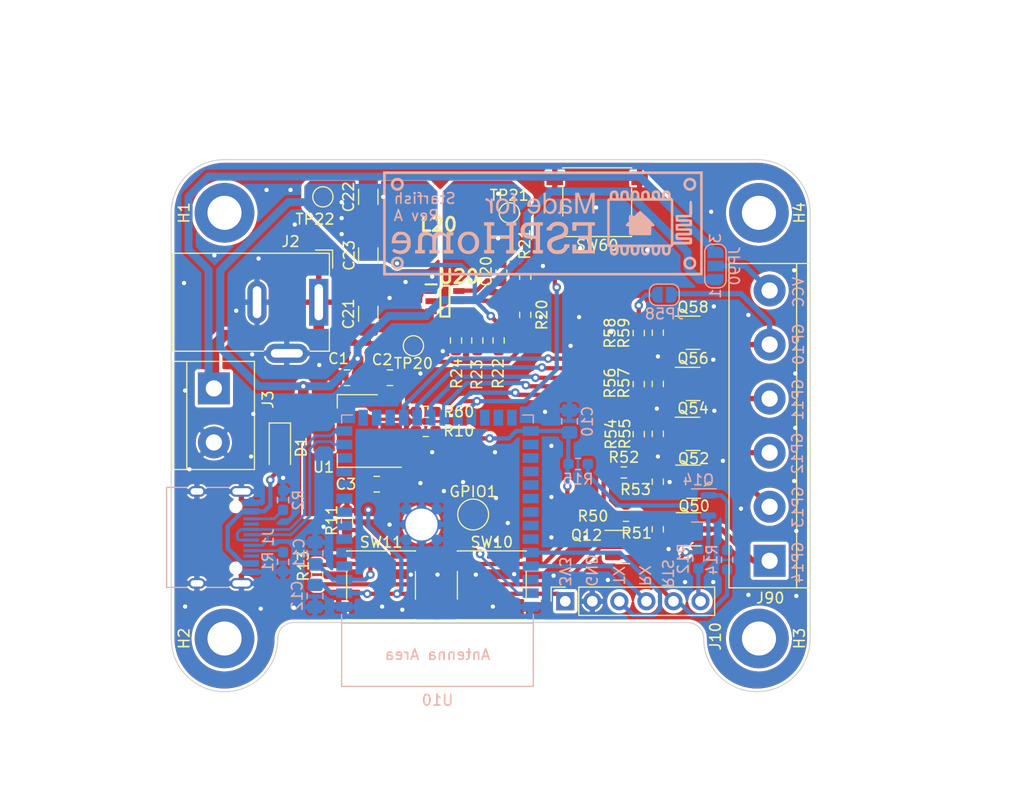
<source format=kicad_pcb>
(kicad_pcb (version 20211014) (generator pcbnew)
  (title_block (title "Starfish") (date "2023-01-30") (rev "A") (company "PaEber Electronics"))
  (layers (0 "F.Cu" signal) (31 "B.Cu" signal) (34 "B.Paste" user) (35 "F.Paste" user) (36 "B.SilkS" user "B.Silkscreen") (37 "F.SilkS" user "F.Silkscreen") (38 "B.Mask" user) (39 "F.Mask" user) (44 "Edge.Cuts" user))
  (net 0 "")
  (net 1 "GND")
  (net 2 "VBUS")
  (net 3 "Net-(J1-PadA5)")
  (net 4 "/USB_DP")
  (net 5 "/USB_DM")
  (net 7 "Net-(J1-PadB5)")
  (net 9 "Net-(C20-Pad1)")
  (net 10 "/Power/SW_5V")
  (net 11 "+3V3")
  (net 12 "/CH1")
  (net 32 "+5V")
  (net 33 "/LED Driver/PWM1")
  (net 34 "/LED Driver/PWM2")
  (net 35 "/LED Driver/PWM3")
  (net 36 "/LED Driver/PWM4")
  (net 37 "/LED Driver/PWM5")
  (net 38 "Net-(Q50-Pad1)")
  (net 39 "Net-(Q54-Pad1)")
  (net 40 "Net-(Q52-Pad1)")
  (net 41 "Net-(Q56-Pad1)")
  (net 42 "/CH2")
  (net 43 "/CH3")
  (net 44 "/CH4")
  (net 45 "/CH5")
  (net 46 "VCC")
  (net 47 "Net-(R20-Pad2)")
  (net 48 "Net-(GPIO1-Pad1)")
  (net 49 "Net-(R22-Pad2)")
  (net 50 "/Power/FB_5V")
  (net 51 "Net-(J90-Pad6)")
  (net 55 "/GPIO0")
  (net 56 "/CHIP_PU")
  (net 57 "/TXD")
  (net 58 "Net-(JP58-Pad1)")
  (net 60 "/RXD")
  (net 61 "/RTS")
  (net 62 "/DTR")
  (net 63 "Net-(Q12-Pad1)")
  (net 64 "Net-(Q12-Pad3)")
  (net 65 "Net-(Q14-Pad1)")
  (net 66 "Net-(Q14-Pad3)")
  (net 67 "Net-(R60-Pad1)")
  (footprint "TestPoint:TestPoint_Pad_D1.5mm" (layer "F.Cu") (at 134.239997 63.500001)
    (fp_text reference "TP22")
    (fp_text value "TestPoint")
  )
  (footprint "Resistor_SMD:R_0603_1608Metric_Pad0.98x0.95mm_HandSolder" (layer "F.Cu") (at 165.689997 81.080001 90)
    (fp_text reference "R57")
    (fp_text value "10k")
  )
  (footprint "Capacitor_SMD:C_0603_1608Metric_Pad1.08x0.95mm_HandSolder" (layer "F.Cu") (at 150.999997 70.500001 90)
    (fp_text reference "C20")
    (fp_text value "100n")
  )
  (footprint "Capacitor_SMD:C_1206_3216Metric" (layer "F.Cu") (at 138.499997 63.500001 90)
    (fp_text reference "C22")
    (fp_text value "22u")
  )
  (footprint "MountingHole:MountingHole_3.2mm_M3_DIN965_Pad_TopBottom" (layer "F.Cu") (at 124.999997 65.000001 90)
    (fp_text reference "H1")
    (fp_text value "MountingHole")
  )
  (footprint "Resistor_SMD:R_0603_1608Metric_Pad0.98x0.95mm_HandSolder" (layer "F.Cu") (at 150.739997 77.000001 -90)
    (fp_text reference "R22")
    (fp_text value "27k")
  )
  (footprint "TestPoint:TestPoint_Pad_D2.5mm" (layer "F.Cu") (at 148.35 93.35)
    (fp_text reference "GPIO1")
    (fp_text value "TestPoint")
  )
  (footprint "MountingHole:MountingHole_3.2mm_M3_DIN965_Pad_TopBottom" (layer "F.Cu") (at 175.189997 105.000001 -90)
    (fp_text reference "H3")
    (fp_text value "MountingHole")
  )
  (footprint "Package_TO_SOT_SMD:SOT-23" (layer "F.Cu") (at 169.1 94.740001)
    (fp_text reference "Q50")
    (fp_text value "PMV40UN2R")
  )
  (footprint "Package_TO_SOT_SMD:SOT-223-3_TabPin2" (layer "F.Cu") (at 137.499997 85.500001 180)
    (fp_text reference "U1")
    (fp_text value "LM1117-3.3")
  )
  (footprint "TerminalBlock:TerminalBlock_bornier-6_P5.08mm" (layer "F.Cu") (at 176.189997 97.700001 90)
    (fp_text reference "J90")
    (fp_text value "Screw_Terminal_01x06")
  )
  (footprint "Package_TO_SOT_SMD:SOT-23" (layer "F.Cu") (at 169 81.080001)
    (fp_text reference "Q56")
    (fp_text value "PMV40UN2R")
  )
  (footprint "Resistor_SMD:R_0603_1608Metric_Pad0.98x0.95mm_HandSolder" (layer "F.Cu") (at 162.699997 93.470001)
    (fp_text reference "R50")
    (fp_text value "330")
  )
  (footprint "Resistor_SMD:R_0603_1608Metric_Pad0.98x0.95mm_HandSolder" (layer "F.Cu") (at 153.239997 74.587501 90)
    (fp_text reference "R20")
    (fp_text value "100k")
  )
  (footprint "Resistor_SMD:R_0603_1608Metric_Pad0.98x0.95mm_HandSolder" (layer "F.Cu") (at 153.239997 71.000001 90)
    (fp_text reference "R21")
    (fp_text value "27k")
  )
  (footprint "Package_TO_SOT_SMD:SOT-23" (layer "F.Cu") (at 169.05 90.270001)
    (fp_text reference "Q52")
    (fp_text value "PMV40UN2R")
  )
  (footprint "Button_Switch_SMD:SW_SPST_PTS645" (layer "F.Cu") (at 160 64 180)
    (fp_text reference "SW60")
    (fp_text value "TS-1095PS-A3B3-C3D2")
  )
  (footprint "Button_Switch_SMD:SW_SPST_PTS645" (layer "F.Cu") (at 150.1 100)
    (fp_text reference "SW10")
    (fp_text value "TS-1095PS-A3B3-C3D2")
  )
  (footprint "Capacitor_SMD:C_0805_2012Metric_Pad1.18x1.45mm_HandSolder" (layer "F.Cu") (at 140.537497 80.500001)
    (fp_text reference "C2")
    (fp_text value "10")
  )
  (footprint "MountingHole:MountingHole_3.2mm_M3_DIN965_Pad_TopBottom" (layer "F.Cu") (at 175.189997 65.000001 -90)
    (fp_text reference "H4")
    (fp_text value "MountingHole")
  )
  (footprint "TerminalBlock:TerminalBlock_bornier-2_P5.08mm" (layer "F.Cu") (at 123.999997 81.500001 -90)
    (fp_text reference "J3")
    (fp_text value "Screw_Terminal_01x02")
  )
  (footprint "Resistor_SMD:R_0603_1608Metric_Pad0.98x0.95mm_HandSolder" (layer "F.Cu") (at 165.689997 94.740001 90)
    (fp_text reference "R51")
    (fp_text value "10k")
  )
  (footprint "Resistor_SMD:R_0603_1608Metric_Pad0.98x0.95mm_HandSolder" (layer "F.Cu") (at 165.689997 90.270001 90)
    (fp_text reference "R53")
    (fp_text value "10k")
  )
  (footprint "paeber:XAL6030182MEB-HandSolder" (layer "F.Cu") (at 145.099997 66.100001 180)
    (fp_text reference "L20")
    (fp_text value "3u3" hide)
  )
  (footprint "TestPoint:TestPoint_Pad_D1.5mm" (layer "F.Cu") (at 142.739997 77.500001 180)
    (fp_text reference "TP20")
    (fp_text value "TestPoint")
  )
  (footprint "Resistor_SMD:R_0603_1608Metric_Pad0.98x0.95mm_HandSolder" (layer "F.Cu") (at 163.899997 81.100001 90)
    (fp_text reference "R56")
    (fp_text value "330")
  )
  (footprint "Resistor_SMD:R_0603_1608Metric_Pad0.98x0.95mm_HandSolder" (layer "F.Cu") (at 148.739997 77.000001 -90)
    (fp_text reference "R23")
    (fp_text value "27k")
  )
  (footprint "Resistor_SMD:R_0603_1608Metric_Pad0.98x0.95mm_HandSolder" (layer "F.Cu") (at 165.689997 76.270001 90)
    (fp_text reference "R59")
    (fp_text value "10k")
  )
  (footprint "Package_TO_SOT_SMD:SOT-23" (layer "F.Cu") (at 169 76.270001)
    (fp_text reference "Q58")
    (fp_text value "PMV40UN2R")
  )
  (footprint "Resistor_SMD:R_0603_1608Metric_Pad0.98x0.95mm_HandSolder" (layer "F.Cu") (at 165.689997 85.770001 90)
    (fp_text reference "R55")
    (fp_text value "10k")
  )
  (footprint "Capacitor_SMD:C_1206_3216Metric" (layer "F.Cu") (at 138.499997 69.000001 -90)
    (fp_text reference "C23")
    (fp_text value "22u")
  )
  (footprint "Capacitor_SMD:C_0805_2012Metric_Pad1.18x1.45mm_HandSolder" (layer "F.Cu") (at 136.499997 80.500001 180)
    (fp_text reference "C1")
    (fp_text value "1u")
  )
  (footprint "Connector_BarrelJack:BarrelJack_Wuerth_6941xx301002" (layer "F.Cu") (at 133.849997 73.400001 -90)
    (fp_text reference "J2")
    (fp_text value "Barrel_Jack_Switch")
  )
  (footprint "Connector_PinSocket_2.54mm:PinSocket_1x06_P2.54mm_Vertical" (layer "F.Cu") (at 156.999997 101.500001 90)
    (fp_text reference "J10")
    (fp_text value "UartBridge")
  )
  (footprint "Capacitor_SMD:C_1206_3216Metric" (layer "F.Cu") (at 138.499997 74.500001 90)
    (fp_text reference "C21")
    (fp_text value "10u")
  )
  (footprint "TestPoint:TestPoint_Pad_D1.5mm" (layer "F.Cu") (at 151.739997 65.000001)
    (fp_text reference "TP21")
    (fp_text value "TestPoint")
  )
  (footprint "Resistor_SMD:R_0603_1608Metric_Pad0.98x0.95mm_HandSolder" (layer "F.Cu") (at 146.739997 77.000001 90)
    (fp_text reference "R24")
    (fp_text value "10k")
  )
  (footprint "Resistor_SMD:R_0603_1608Metric_Pad0.98x0.95mm_HandSolder" (layer "F.Cu") (at 133.7 99 -90)
    (fp_text reference "R13")
    (fp_text value "0")
  )
  (footprint "Resistor_SMD:R_0603_1608Metric_Pad0.98x0.95mm_HandSolder" (layer "F.Cu") (at 163.899997 76.300001 90)
    (fp_text reference "R58")
    (fp_text value "330")
  )
  (footprint "Capacitor_SMD:C_0805_2012Metric_Pad1.18x1.45mm_HandSolder" (layer "F.Cu") (at 139.299997 90.500001)
    (fp_text reference "C3")
    (fp_text value "1u")
  )
  (footprint "Resistor_SMD:R_0603_1608Metric_Pad0.98x0.95mm_HandSolder" (layer "F.Cu") (at 143.9 83.7 180)
    (fp_text reference "R60")
    (fp_text value "10k")
  )
  (footprint "MountingHole:MountingHole_3.2mm_M3_DIN965_Pad_TopBottom" (layer "F.Cu") (at 124.999997 105.000001 90)
    (fp_text reference "H2")
    (fp_text value "MountingHole")
  )
  (footprint "Resistor_SMD:R_0603_1608Metric_Pad0.98x0.95mm_HandSolder" (layer "F.Cu") (at 162.499997 89.400001)
    (fp_text reference "R52")
    (fp_text value "330")
  )
  (footprint "Button_Switch_SMD:SW_SPST_PTS645" (layer "F.Cu") (at 139.7 100)
    (fp_text reference "SW11")
    (fp_text value "TS-1095PS-A3B3-C3D2")
  )
  (footprint "paeber:TSOT-26" (layer "F.Cu") (at 145.699997 73.300001)
    (fp_text reference "U20")
    (fp_text value "AP62301WU-7" hide)
  )
  (footprint "Resistor_SMD:R_0603_1608Metric_Pad0.98x0.95mm_HandSolder" (layer "F.Cu") (at 143.9 85.5 180)
    (fp_text reference "R10")
    (fp_text value "10k")
  )
  (footprint "Package_TO_SOT_SMD:SOT-23" (layer "F.Cu") (at 169 85.770001)
    (fp_text reference "Q54")
    (fp_text value "PMV40UN2R")
  )
  (footprint "Diode_SMD:D_SOD-123" (layer "F.Cu") (at 130.199997 87.000001 -90)
    (fp_text reference "D1")
    (fp_text value "PMEG60T10ELRX")
  )
  (footprint "Resistor_SMD:R_0603_1608Metric_Pad0.98x0.95mm_HandSolder" (layer "F.Cu") (at 163.899997 85.800001 90)
    (fp_text reference "R54")
    (fp_text value "330")
  )
  (footprint "Package_TO_SOT_SMD:SOT-23" (layer "F.Cu") (at 162.399997 96.400001)
    (fp_text reference "Q12")
    (fp_text value "BSS138")
  )
  (footprint "Resistor_SMD:R_0603_1608Metric_Pad0.98x0.95mm_HandSolder" (layer "F.Cu") (at 136.5 93.9 90)
    (fp_text reference "R11")
    (fp_text value "10k")
  )
  (footprint "Capacitor_SMD:C_0805_2012Metric_Pad1.18x1.45mm_HandSolder" (layer "B.Cu") (at 133.499997 101.000001 -90)
    (fp_text reference "C12")
    (fp_text value "100n")
  )
  (footprint "Resistor_SMD:R_0603_1608Metric_Pad0.98x0.95mm_HandSolder" (layer "B.Cu") (at 130.499997 97.800001 -90)
    (fp_text reference "R1")
    (fp_text value "5k11")
  )
  (footprint "Connector_USB:USB_C_Receptacle_HRO_TYPE-C-31-M-12" (layer "B.Cu") (at 123.459997 95.500001 90)
    (fp_text reference "J1")
    (fp_text value "USB4105-GF-A-120")
  )
  (footprint "Resistor_SMD:R_0603_1608Metric_Pad0.98x0.95mm_HandSolder" (layer "B.Cu") (at 172.199997 97.600001 -90)
    (fp_text reference "R14")
    (fp_text value "10k")
  )
  (footprint "Jumper:SolderJumper-3_P1.3mm_Open_RoundedPad1.0x1.5mm_NumberLabels" (layer "B.Cu") (at 171.099997 70.000001 90)
    (fp_text reference "JP90")
    (fp_text value "12V 5V")
  )
  (footprint "Package_TO_SOT_SMD:SOT-23" (layer "B.Cu") (at 169.499997 92.500001 180)
    (fp_text reference "Q14")
    (fp_text value "BSS138")
  )
  (footprint "Capacitor_SMD:C_0805_2012Metric_Pad1.18x1.45mm_HandSolder" (layer "B.Cu") (at 157.4 84.6 90)
    (fp_text reference "C10")
    (fp_text value "100n")
  )
  (footprint "Capacitor_SMD:C_0805_2012Metric_Pad1.18x1.45mm_HandSolder" (layer "B.Cu") (at 133.499997 97.000001 90)
    (fp_text reference "C11")
    (fp_text value "100n")
  )
  (footprint "Resistor_SMD:R_0603_1608Metric_Pad0.98x0.95mm_HandSolder" (layer "B.Cu") (at 169.499997 97.500001 -90)
    (fp_text reference "R12")
    (fp_text value "10k")
  )
  (footprint "Resistor_SMD:R_0603_1608Metric_Pad0.98x0.95mm_HandSolder" (layer "B.Cu") (at 158.199997 88.6)
    (fp_text reference "R15")
    (fp_text value "0")
  )
  (footprint "LOGO" (layer "B.Cu") (at 154.899997 66.000001 180)
    (fp_text reference "G***" hide)
    (fp_text value "LOGO" hide)
  )
  (footprint "Espressif:ESP32-S3-WROOM-1" (layer "B.Cu") (at 144.999997 93.750001)
    (fp_text reference "U10")
    (fp_text value "ESP32-S3-WROOM-1")
  )
  (footprint "Resistor_SMD:R_0603_1608Metric_Pad0.98x0.95mm_HandSolder" (layer "B.Cu") (at 130.499997 92.000001 90)
    (fp_text reference "R2")
    (fp_text value "5k11")
  )
  (footprint "Jumper:SolderJumper-2_P1.3mm_Open_RoundedPad1.0x1.5mm" (layer "B.Cu") (at 166.3 72.7)
    (fp_text reference "JP58")
    (fp_text value "CH5")
  )
  (gr_line (start 131.499997 103.500001) (end 168.499997 103.500001) (layer "Edge.Cuts") (width 0.1))
  (gr_line (start 119.999997 65.000001) (end 119.999997 105.000001) (layer "Edge.Cuts") (width 0.1))
  (gr_arc (start 129.999997 105.000001) (mid 128.535531 108.535535) (end 124.999997 110.000001) (layer "Edge.Cuts") (width 0.1))
  (gr_line (start 179.999997 105.000001) (end 179.999997 65.000001) (layer "Edge.Cuts") (width 0.1))
  (gr_arc (start 179.999997 105.000001) (mid 178.535531 108.535535) (end 174.999997 110.000001) (layer "Edge.Cuts") (width 0.1))
  (gr_line (start 174.999997 60.000001) (end 124.999997 60.000001) (layer "Edge.Cuts") (width 0.1))
  (gr_arc (start 119.999997 65.000001) (mid 121.464463 61.464467) (end 124.999997 60.000001) (layer "Edge.Cuts") (width 0.1))
  (gr_arc (start 168.499997 103.500001) (mid 169.560659 103.93934) (end 170 105.000001) (layer "Edge.Cuts") (width 0.1))
  (gr_arc (start 124.999997 110.000001) (mid 121.464463 108.535535) (end 119.999997 105.000001) (layer "Edge.Cuts") (width 0.1))
  (gr_arc (start 175 110.000001) (mid 171.464466 108.535535) (end 170 105.000001) (layer "Edge.Cuts") (width 0.1))
  (gr_arc (start 129.999997 105.000001) (mid 130.439337 103.939341) (end 131.499997 103.500001) (layer "Edge.Cuts") (width 0.1))
  (gr_arc (start 174.999997 60.000001) (mid 178.535531 61.464467) (end 179.999997 65.000001) (layer "Edge.Cuts") (width 0.1))
  (gr_text "PaEber" (at 169.649997 61.600001) (layer "F.Cu") (effects (font (size 1.5 1.5) (thickness 0.3))))
  (gr_text "RTS" (at 166.6 98.9 270) (layer "B.SilkS") (effects (font (size 1 1)) (justify mirror)))
  (gr_text "VCC" (at 178.9 72.45 90) (layer "B.SilkS") (effects (font (size 1 1)) (justify mirror)))
  (gr_text "GP14" (at 178.85 97.85 90) (layer "B.SilkS") (effects (font (size 1 1)) (justify mirror)))
  (gr_text "3V3" (at 156.95 98.7 270) (layer "B.SilkS") (effects (font (size 1 1)) (justify mirror)))
  (gr_text "GP12" (at 178.8 87.6 90) (layer "B.SilkS") (effects (font (size 1 1)) (justify mirror)))
  (gr_text "Starfish\nRev A\n" (at 140.8 64.45) (layer "B.SilkS") (effects (font (size 1 1)) (justify right mirror)))
  (gr_text "TX" (at 162 99.05 270) (layer "B.SilkS") (effects (font (size 1 1)) (justify mirror)))
  (gr_text "GP10" (at 178.9 77.35 90) (layer "B.SilkS") (effects (font (size 1 1)) (justify mirror)))
  (gr_text "GP13" (at 178.85 92.65 90) (layer "B.SilkS") (effects (font (size 1 1)) (justify mirror)))
  (gr_text "GND" (at 159.45 98.6 270) (layer "B.SilkS") (effects (font (size 1 1)) (justify mirror)))
  (gr_text "GP11" (at 178.85 82.55 90) (layer "B.SilkS") (effects (font (size 1 1)) (justify mirror)))
  (gr_text "RX" (at 164.45 99.1 270) (layer "B.SilkS") (effects (font (size 1 1)) (justify mirror)))
  (segment (start 165.727497 82.030001) (end 165.689997 81.992501) (width 0.4) (layer "F.Cu") (net 1))
  (segment (start 165.689997 95.652501) (end 166.752497 95.652501) (width 0.4) (layer "F.Cu") (net 1))
  (segment (start 168.0625 77.220001) (end 165.727497 77.220001) (width 0.4) (layer "F.Cu") (net 1))
  (segment (start 165.689997 86.682501) (end 168.025 86.682501) (width 0.4) (layer "F.Cu") (net 1))
  (segment (start 165.689997 86.682501) (end 165.689997 87.890001) (width 0.4) (layer "F.Cu") (net 1))
  (segment (start 168.125 95.652501) (end 168.1625 95.690001) (width 0.4) (layer "F.Cu") (net 1))
  (segment (start 145.587497 77.912501) (end 145.499997 78.000001) (width 0.4) (layer "F.Cu") (net 1))
  (segment (start 153.327497 70.000001) (end 153.239997 70.087501) (width 0.4) (layer "F.Cu") (net 1))
  (segment (start 154.900497 70.000001) (end 153.327497 70.000001) (width 0.4) (layer "F.Cu") (net 1))
  (segment (start 165.689997 78.490001) (end 165.699997 78.500001) (width 0.4) (layer "F.Cu") (net 1))
  (segment (start 140.474997 73.025001) (end 140.499997 73.000001) (width 0.4) (layer "F.Cu") (net 1))
  (segment (start 166.819997 90.320001) (end 166.799997 90.300001) (width 0.4) (layer "F.Cu") (net 1))
  (segment (start 165.727497 91.220001) (end 165.689997 91.182501) (width 0.4) (layer "F.Cu") (net 1))
  (segment (start 165.689997 87.890001) (end 165.699997 87.900001) (width 0.4) (layer "F.Cu") (net 1))
  (segment (start 138.499997 73.025001) (end 140.474997 73.025001) (width 0.4) (layer "F.Cu") (net 1))
  (segment (start 168.025 86.682501) (end 168.0625 86.720001) (width 0.4) (layer "F.Cu") (net 1))
  (segment (start 166.819997 91.220001) (end 166.819997 90.320001) (width 0.4) (layer "F.Cu") (net 1))
  (segment (start 165.689997 77.182501) (end 165.689997 78.490001) (width 0.4) (layer "F.Cu") (net 1))
  (segment (start 165.689997 83.310001) (end 165.599997 83.400001) (width 0.4) (layer "F.Cu") (net 1))
  (segment (start 166.752497 95.652501) (end 166.752497 96.547501) (width 0.4) (layer "F.Cu") (net 1))
  (segment (start 166.752497 95.652501) (end 168.125 95.652501) (width 0.4) (layer "F.Cu") (net 1))
  (segment (start 165.727497 77.220001) (end 165.689997 77.182501) (width 0.4) (layer "F.Cu") (net 1))
  (segment (start 166.819997 91.220001) (end 165.727497 91.220001) (width 0.4) (layer "F.Cu") (net 1))
  (segment (start 165.689997 81.992501) (end 165.689997 83.310001) (width 0.4) (layer "F.Cu") (net 1))
  (segment (start 146.739997 77.912501) (end 145.587497 77.912501) (width 0.4) (layer "F.Cu") (net 1))
  (segment (start 168.1125 91.220001) (end 166.819997 91.220001) (width 0.4) (layer "F.Cu") (net 1))
  (segment (start 168.0625 82.030001) (end 165.727497 82.030001) (width 0.4) (layer "F.Cu") (net 1))
  (segment (start 144.399997 72.350001) (end 144.399997 71.100001) (width 0.4) (layer "F.Cu") (net 1))
  (segment (start 144.399997 71.100001) (end 144.499997 71.000001) (width 0.4) (layer "F.Cu") (net 1))
  (segment (start 166.752497 96.547501) (end 166.699997 96.600001) (width 0.4) (layer "F.Cu") (net 1))
  (via (at 178.7 94.9) (size 0.8) (drill 0.4) (layers "F.Cu" "B.Cu") (net 1))
  (via (at 155.9 99.1) (size 0.8) (drill 0.4) (layers "F.Cu" "B.Cu") (net 1))
  (via (at 178.6 85.2) (size 0.8) (drill 0.4) (layers "F.Cu" "B.Cu") (net 1))
  (via (at 127.6 78.3) (size 0.8) (drill 0.4) (layers "F.Cu" "B.Cu") (net 1))
  (via (at 170.7 64.9) (size 0.8) (drill 0.4) (layers "F.Cu" "B.Cu") (net 1))
  (via (at 166.799997 90.300001) (size 0.8) (drill 0.4) (layers "F.Cu" "B.Cu") (net 1))
  (via (at 171.8 88.3) (size 0.8) (drill 0.4) (layers "F.Cu" "B.Cu") (net 1))
  (via (at 144.499997 71.000001) (size 0.8) (drill 0.4) (layers "F.Cu" "B.Cu") (net 1))
  (via (at 165.699997 87.900001) (size 0.8) (drill 0.4) (layers "F.Cu" "B.Cu") (net 1))
  (via (at 130.499997 89.900001) (size 0.8) (drill 0.4) (layers "F.Cu" "B.Cu") (net 1))
  (via (at 178.5 90.2) (size 0.8) (drill 0.4) (layers "F.Cu" "B.Cu") (net 1))
  (via (at 131.6 66.1) (size 0.8) (drill 0.4) (layers "F.Cu" "B.Cu") (net 1))
  (via (at 154.7 74.8) (size 0.8) (drill 0.4) (layers "F.Cu" "B.Cu") (net 1))
  (via (at 174.2 74.6) (size 0.8) (drill 0.4) (layers "F.Cu" "B.Cu") (net 1))
  (via (at 141.7 102.3) (size 0.8) (drill 0.4) (layers "F.Cu" "B.Cu") (net 1))
  (via (at 147.4 90.3) (size 0.8) (drill 0.4) (layers "F.Cu" "B.Cu") (net 1))
  (via (at 164.7 68.5) (size 0.8) (drill 0.4) (layers "F.Cu" "B.Cu") (net 1))
  (via (at 140.499997 73.000001) (size 0.8) (drill 0.4) (layers "F.Cu" "B.Cu") (net 1))
  (via (at 133.9 79.3) (size 0.8) (drill 0.4) (layers "F.Cu" "B.Cu") (net 1))
  (via (at 143.4 80.1) (size 0.8) (drill 0.4) (layers "F.Cu" "B.Cu") (net 1))
  (via (at 170.9 78.8) (size 0.8) (drill 0.4) (layers "F.Cu" "B.Cu") (net 1))
  (via (at 128.4 102.2) (size 0.8) (drill 0.4) (layers "F.Cu" "B.Cu") (net 1))
  (via (at 124.05 69) (size 0.8) (drill 0.4) (layers "F.Cu" "B.Cu") (net 1))
  (via (at 150.5 91.8) (size 0.8) (drill 0.4) (layers "F.Cu" "B.Cu") (net 1))
  (via (at 178.6 80.1) (size 0.8) (drill 0.4) (layers "F.Cu" "B.Cu") (net 1))
  (via (at 134.299997 94.500001) (size 0.8) (drill 0.4) (layers "F.Cu" "B.Cu") (net 1))
  (via (at 145.499997 78.000001) (size 0.8) (drill 0.4) (layers "F.Cu" "B.Cu") (net 1))
  (via (at 157.5 77.5) (size 0.8) (drill 0.4) (layers "F.Cu" "B.Cu") (net 1))
  (via (at 152.2 98.95) (size 0.8) (drill 0.4) (layers "F.Cu" "B.Cu") (net 1))
  (via (at 158.4 68.3) (size 0.8) (drill 0.4) (layers "F.Cu" "B.Cu") (net 1))
  (via (at 150.5 95.8) (size 0.8) (drill 0.4) (layers "F.Cu" "B.Cu") (net 1))
  (via (at 145 99) (size 0.8) (drill 0.4) (layers "F.Cu" "B.Cu") (net 1))
  (via (at 178.5 70.4) (size 0.8) (drill 0.4) (layers "F.Cu" "B.Cu") (net 1))
  (via (at 128.95 62.85) (size 0.8) (drill 0.4) (layers "F.Cu" "B.Cu") (net 1))
  (via (at 121.3 81.7) (size 0.8) (drill 0.4) (layers "F.Cu" "B.Cu") (net 1))
  (via (at 148.6 99) (size 0.8) (drill 0.4) (layers "F.Cu" "B.Cu") (net 1))
  (via (at 158.3 74.8) (size 0.8) (drill 0.4) (layers "F.Cu" "B.Cu") (net 1))
  (via (at 150.4 87.5) (size 0.8) (drill 0.4) (layers "F.Cu" "B.Cu") (net 1))
  (via (at 155.7 91.7) (size 0.8) (drill 0.4) (layers "F.Cu" "B.Cu") (net 1))
  (via (at 161 99.5) (size 0.8) (drill 0.4) (layers "F.Cu" "B.Cu") (net 1))
  (via (at 143.4 90.4) (size 0.8) (drill 0.4) (layers "F.Cu" "B.Cu") (net 1))
  (via (at 142.5 99) (size 0.8) (drill 0.4) (layers "F.Cu" "B.Cu") (net 1))
  (via (at 121.7 89.1) (size 0.8) (drill 0.4) (layers "F.Cu" "B.Cu") (net 1))
  (via (at 170.95 73.8) (size 0.8) (drill 0.4) (layers "F.Cu" "B.Cu") (net 1))
  (via (at 140.5 94.3) (size 0.8) (drill 0.4) (layers "F.Cu" "B.Cu") (net 1))
  (via (at 150.199997 102.000001) (size 0.8) (drill 0.4) (layers "F.Cu" "B.Cu") (net 1))
  (via (at 154.900497 70.000001) (size 0.8) (drill 0.4) (layers "F.Cu" "B.Cu") (net 1))
  (via (at 142 71.5) (size 0.8) (drill 0.4) (layers "F.Cu" "B.Cu") (net 1))
  (via (at 168.25 99.7) (size 0.8) (drill 0.4) (layers "F.Cu" "B.Cu") (net 1))
  (via (at 126.1 74.2) (size 0.8) (drill 0.4) (layers "F.Cu" "B.Cu") (net 1))
  (via (at 166.699997 96.600001) (size 0.8) (drill 0.4) (layers "F.Cu" "B.Cu") (net 1))
  (via (at 155.7 86.9) (size 0.8) (drill 0.4) (layers "F.Cu" "B.Cu") (net 1))
  (via (at 159.9 64.5) (size 0.8) (drill 0.4) (layers "F.Cu" "B.Cu") (net 1))
  (via (at 128.2 69.3) (size 0.8) (drill 0.4) (layers "F.Cu" "B.Cu") (net 1))
  (via (at 144.5 87.5) (size 0.8) (drill 0.4) (layers "F.Cu" "B.Cu") (net 1))
  (via (at 173.5 92.8) (size 0.8) (drill 0.4) (layers "F.Cu" "B.Cu") (net 1))
  (via (at 121.2 71.6) (size 0.8) (drill 0.4) (layers "F.Cu" "B.Cu") (net 1))
  (via (at 151.6 94.15) (size 0.8) (drill 0.4) (layers "F.Cu" "B.Cu") (net 1))
  (via (at 127.7 83.9) (size 0.8) (drill 0.4) (layers "F.Cu" "B.Cu") (net 1))
  (via (at 161.3 76.2) (size 0.8) (drill 0.4) (layers "F.Cu" "B.Cu") (net 1))
  (via (at 121.3 102) (size 0.8) (drill 0.4) (layers "F.Cu" "B.Cu") (net 1))
  (via (at 155.1 83.7) (size 0.8) (drill 0.4) (layers "F.Cu" "B.Cu") (net 1))
  (via (at 155.7 95.5) (size 0.8) (drill 0.4) (layers "F.Cu" "B.Cu") (net 1))
  (via (at 131.2 62.85) (size 0.8) (drill 0.4) (layers "F.Cu" "B.Cu") (net 1))
  (via (at 165.699997 78.500001) (size 0.8) (drill 0.4) (layers "F.Cu" "B.Cu") (net 1))
  (via (at 127.5 87.9) (size 0.8) (drill 0.4) (layers "F.Cu" "B.Cu") (net 1))
  (via (at 178.7 101) (size 0.8) (drill 0.4) (layers "F.Cu" "B.Cu") (net 1))
  (via (at 165.599997 83.400001) (size 0.8) (drill 0.4) (layers "F.Cu" "B.Cu") (net 1))
  (via (at 145.6 91.15) (size 0.8) (drill 0.4) (layers "F.Cu" "B.Cu") (net 1))
  (via (at 131.499997 102.100001) (size 0.8) (drill 0.4) (layers "F.Cu" "B.Cu") (net 1))
  (via (at 174.2 100.9) (size 0.8) (drill 0.4) (layers "F.Cu" "B.Cu") (net 1))
  (via (at 171 83.6) (size 0.8) (drill 0.4) (layers "F.Cu" "B.Cu") (net 1))
  (via (at 139.799997 102.000001) (size 0.8) (drill 0.4) (layers "F.Cu" "B.Cu") (net 1))
  (via (at 158.9 95.5) (size 0.8) (drill 0.4) (layers "F.Cu" "B.Cu") (net 1))
  (via (at 170.9 99.7) (size 0.8) (drill 0.4) (layers "F.Cu" "B.Cu") (net 1))
  (segment (start 142.099997 94.290001) (end 143.499997 94.290001) (width 0.4) (layer "B.Cu") (net 1))
  (segment (start 129.049997 98.750001) (end 130.462497 98.750001) (width 0.4) (layer "B.Cu") (net 1))
  (segment (start 128.399997 91.200001) (end 126.609997 91.200001) (width 0.4) (layer "B.Cu") (net 1))
  (segment (start 129.099997 98.800001) (end 129.049997 98.750001) (width 0.4) (layer "B.Cu") (net 1))
  (segment (start 133.499997 95.300001) (end 134.299997 94.500001) (width 0.4) (layer "B.Cu") (net 1))
  (segment (start 130.462497 98.750001) (end 130.499997 98.712501) (width 0.4) (layer "B.Cu") (net 1))
  (segment (start 128.679997 99.820001) (end 129.099997 99.400001) (width 0.4) (layer "B.Cu") (net 1))
  (segment (start 128.299997 92.200001) (end 128.599997 91.900001) (width 0.4) (layer "B.Cu") (net 1))
  (segment (start 127.554997 92.200001) (end 128.299997 92.200001) (width 0.4) (layer "B.Cu") (net 1))
  (segment (start 129.099997 99.400001) (end 129.099997 98.800001) (width 0.4) (layer "B.Cu") (net 1))
  (segment (start 127.504997 92.250001) (end 127.554997 92.200001) (width 0.4) (layer "B.Cu") (net 1))
  (segment (start 126.609997 91.200001) (end 126.589997 91.180001) (width 0.4) (layer "B.Cu") (net 1))
  (segment (start 127.504997 98.750001) (end 129.049997 98.750001) (width 0.4) (layer "B.Cu") (net 1))
  (segment (start 143.499997 94.290001) (end 144.899997 94.290001) (width 0.4) (layer "B.Cu") (net 1))
  (segment (start 128.599997 91.900001) (end 128.599997 91.400001) (width 0.4) (layer "B.Cu") (net 1))
  (segment (start 143.499997 94.290001) (end 143.499997 95.690001) (width 0.4) (layer "B.Cu") (net 1))
  (segment (start 131.562497 102.037501) (end 131.499997 102.100001) (width 0.4) (layer "B.Cu") (net 1))
  (segment (start 130.499997 91.087501) (end 130.499997 89.900001) (width 0.4) (layer "B.Cu") (net 1))
  (segment (start 133.499997 95.962501) (end 133.499997 95.300001) (width 0.4) (layer "B.Cu") (net 1))
  (segment (start 143.499997 92.890001) (end 143.499997 94.290001) (width 0.4) (layer "B.Cu") (net 1))
  (segment (start 126.589997 99.820001) (end 128.679997 99.820001) (width 0.4) (layer "B.Cu") (net 1))
  (segment (start 133.499997 102.037501) (end 131.562497 102.037501) (width 0.4) (layer "B.Cu") (net 1))
  (segment (start 128.599997 91.400001) (end 128.399997 91.200001) (width 0.4) (layer "B.Cu") (net 1))
  (segment (start 129.299997 89.969321) (end 130.199997 89.069321) (width 0.4) (layer "F.Cu") (net 2))
  (segment (start 129.299997 90.100001) (end 129.299997 89.969321) (width 0.4) (layer "F.Cu") (net 2))
  (segment (start 130.199997 89.069321) (end 130.199997 88.650001) (width 0.4) (layer "F.Cu") (net 2))
  (via (at 129.299997 90.100001) (size 0.8) (drill 0.4) (layers "F.Cu" "B.Cu") (net 2))
  (segment (start 127.504997 93.050001) (end 126.715336 93.050001) (width 0.4) (layer "B.Cu") (net 2))
  (segment (start 129.099997 92.700001) (end 129.299997 92.500001) (width 0.4) (layer "B.Cu") (net 2))
  (segment (start 125.299997 94.46534) (end 125.299997 96.534662) (width 0.4) (layer "B.Cu") (net 2))
  (segment (start 128.749997 93.050001) (end 129.099997 92.700001) (width 0.4) (layer "B.Cu") (net 2))
  (segment (start 129.299997 92.500001) (end 129.299997 90.100001) (width 0.4) (layer "B.Cu") (net 2))
  (segment (start 126.715336 93.050001) (end 125.299997 94.46534) (width 0.4) (layer "B.Cu") (net 2))
  (segment (start 126.715336 97.950001) (end 127.504997 97.950001) (width 0.4) (layer "B.Cu") (net 2))
  (segment (start 127.504997 93.050001) (end 128.749997 93.050001) (width 0.4) (layer "B.Cu") (net 2))
  (segment (start 125.299997 96.534662) (end 126.715336 97.950001) (width 0.4) (layer "B.Cu") (net 2))
  (segment (start 127.504997 96.750001) (end 130.362497 96.750001) (width 0.25) (layer "B.Cu") (net 3))
  (segment (start 130.362497 96.750001) (end 130.499997 96.887501) (width 0.25) (layer "B.Cu") (net 3))
  (segment (start 127.504997 95.750001) (end 126.349997 95.750001) (width 0.25) (layer "B.Cu") (net 4))
  (segment (start 132.499997 93.364283) (end 132.499997 87.000001) (width 0.25) (layer "B.Cu") (net 4))
  (segment (start 126.199997 95.600001) (end 126.199997 95.100001) (width 0.25) (layer "B.Cu") (net 4))
  (segment (start 135.399997 85.500001) (end 136.249997 85.500001) (width 0.25) (layer "B.Cu") (net 4))
  (segment (start 132.499997 87.000001) (end 133.549997 85.950001) (width 0.25) (layer "B.Cu") (net 4))
  (segment (start 131.114279 94.750001) (end 132.499997 93.364283) (width 0.25) (layer "B.Cu") (net 4))
  (segment (start 126.349997 95.750001) (end 126.199997 95.600001) (width 0.25) (layer "B.Cu") (net 4))
  (segment (start 127.504997 94.750001) (end 131.114279 94.750001) (width 0.25) (layer "B.Cu") (net 4))
  (segment (start 126.549997 94.750001) (end 127.504997 94.750001) (width 0.25) (layer "B.Cu") (net 4))
  (segment (start 133.549997 85.950001) (end 134.949997 85.950001) (width 0.25) (layer "B.Cu") (net 4))
  (segment (start 134.949997 85.950001) (end 135.399997 85.500001) (width 0.25) (layer "B.Cu") (net 4))
  (segment (start 126.199997 95.100001) (end 126.549997 94.750001) (width 0.25) (layer "B.Cu") (net 4))
  (segment (start 132.999997 93.500001) (end 131.249997 95.250001) (width 0.25) (layer "B.Cu") (net 5))
  (segment (start 135.269997 86.770001) (end 134.999997 86.500001) (width 0.25) (layer "B.Cu") (net 5))
  (segment (start 131.249997 95.250001) (end 129.049997 95.250001) (width 0.25) (layer "B.Cu") (net 5))
  (segment (start 128.549997 96.250001) (end 129.049997 95.750001) (width 0.25) (layer "B.Cu") (net 5))
  (segment (start 129.049997 95.750001) (end 129.049997 95.250001) (width 0.25) (layer "B.Cu") (net 5))
  (segment (start 133.699997 86.500001) (end 132.999997 87.200001) (width 0.25) (layer "B.Cu") (net 5))
  (segment (start 132.999997 87.200001) (end 132.999997 93.500001) (width 0.25) (layer "B.Cu") (net 5))
  (segment (start 127.504997 96.250001) (end 128.549997 96.250001) (width 0.25) (layer "B.Cu") (net 5))
  (segment (start 134.999997 86.500001) (end 133.699997 86.500001) (width 0.25) (layer "B.Cu") (net 5))
  (segment (start 129.049997 95.250001) (end 127.504997 95.250001) (width 0.25) (layer "B.Cu") (net 5))
  (segment (start 136.249997 86.770001) (end 135.269997 86.770001) (width 0.25) (layer "B.Cu") (net 5))
  (segment (start 129.662497 93.750001) (end 130.499997 92.912501) (width 0.25) (layer "B.Cu") (net 7))
  (segment (start 127.504997 93.750001) (end 129.662497 93.750001) (width 0.25) (layer "B.Cu") (net 7))
  (segment (start 149.637497 71.362501) (end 148.689997 72.310001) (width 0.4) (layer "F.Cu") (net 9))
  (segment (start 150.999997 71.362501) (end 149.637497 71.362501) (width 0.4) (layer "F.Cu") (net 9))
  (segment (start 148.689997 72.310001) (end 147.007497 72.310001) (width 0.4) (layer "F.Cu") (net 9))
  (via (at 150.7 67.4) (size 0.8) (drill 0.4) (layers "F.Cu" "B.Cu") (net 10))
  (via (at 150.7 63.2) (size 0.8) (drill 0.4) (layers "F.Cu" "B.Cu") (net 10))
  (segment (start 138.5 92.9) (end 138.4125 92.9875) (width 0.4) (layer "F.Cu") (net 11))
  (segment (start 156.299996 100.8) (end 138.399997 100.800001) (width 0.4) (layer "F.Cu") (net 11))
  (segment (start 138.4125 92.9875) (end 136.5 92.9875) (width 0.4) (layer "F.Cu") (net 11))
  (segment (start 156.999997 101.500001) (end 156.299996 100.8) (width 0.4) (layer "F.Cu") (net 11))
  (via (at 141.2 100.8) (size 0.8) (drill 0.4) (layers "F.Cu" "B.Cu") (net 11))
  (via (at 138.5 92.9) (size 0.8) (drill 0.4) (layers "F.Cu" "B.Cu") (net 11))
  (via (at 138.399997 100.800001) (size 0.8) (drill 0.4) (layers "F.Cu" "B.Cu") (net 11))
  (segment (start 136.249997 100.740001) (end 138.339997 100.740001) (width 0.4) (layer "B.Cu") (net 11))
  (segment (start 138.5 94.4) (end 141.6 97.5) (width 0.4) (layer "B.Cu") (net 11))
  (segment (start 138.339997 100.740001) (end 138.399997 100.800001) (width 0.4) (layer "B.Cu") (net 11))
  (segment (start 134.262497 99.962501) (end 133.499997 99.962501) (width 0.4) (layer "B.Cu") (net 11))
  (segment (start 141.6 97.5) (end 141.6 100.4) (width 0.4) (layer "B.Cu") (net 11))
  (segment (start 138.5 92.9) (end 138.5 94.4) (width 0.4) (layer "B.Cu") (net 11))
  (segment (start 136.249997 100.740001) (end 135.039997 100.740001) (width 0.4) (layer "B.Cu") (net 11))
  (segment (start 141.6 100.4) (end 141.2 100.8) (width 0.4) (layer "B.Cu") (net 11))
  (segment (start 135.039997 100.740001) (end 134.262497 99.962501) (width 0.4) (layer "B.Cu") (net 11))
  (segment (start 160.6 82.9) (end 160.6 92.282504) (width 0.4) (layer "F.Cu") (net 12))
  (segment (start 152.3 81.9) (end 152.5 82.1) (width 0.4) (layer "F.Cu") (net 12))
  (segment (start 159.8 82.1) (end 160.6 82.9) (width 0.4) (layer "F.Cu") (net 12))
  (segment (start 160.6 92.282504) (end 161.787497 93.470001) (width 0.4) (layer "F.Cu") (net 12))
  (segment (start 152.5 82.1) (end 159.8 82.1) (width 0.4) (layer "F.Cu") (net 12))
  (via (at 152.3 81.9) (size 0.8) (drill 0.4) (layers "F.Cu" "B.Cu") (net 12))
  (segment (start 148.099997 81.900001) (end 146.904997 83.095001) (width 0.4) (layer "B.Cu") (net 12))
  (segment (start 152.3 81.9) (end 148.099997 81.900001) (width 0.4) (layer "B.Cu") (net 12))
  (segment (start 146.904997 83.095001) (end 146.904997 84.250001) (width 0.4) (layer "B.Cu") (net 12))
  (segment (start 132.399997 82.800001) (end 132.399997 81.300001) (width 1) (layer "F.Cu") (net 32))
  (segment (start 130.199997 85.350001) (end 130.199997 83.400001) (width 1) (layer "F.Cu") (net 32))
  (segment (start 132.399997 82.800001) (end 137.399997 82.800001) (width 1) (layer "F.Cu") (net 32))
  (segment (start 137.537497 82.662501) (end 137.399997 82.800001) (width 1) (layer "F.Cu") (net 32))
  (segment (start 137.537497 80.500001) (end 137.537497 78.737501) (width 1) (layer "F.Cu") (net 32))
  (segment (start 137.537497 80.500001) (end 137.537497 82.662501) (width 1) (layer "F.Cu") (net 32))
  (segment (start 140.649997 83.200001) (end 138.899997 83.200001) (width 1) (layer "F.Cu") (net 32))
  (segment (start 137.537497 78.737501) (end 137.499997 78.700001) (width 1) (layer "F.Cu") (net 32))
  (segment (start 150.739997 76.087501) (end 150.739997 75.440001) (width 0.4) (layer "F.Cu") (net 32))
  (segment (start 130.799997 82.800001) (end 132.399997 82.800001) (width 1) (layer "F.Cu") (net 32))
  (segment (start 138.499997 82.800001) (end 138.899997 83.200001) (width 1) (layer "F.Cu") (net 32))
  (segment (start 139.499997 80.500001) (end 137.537497 80.500001) (width 1) (layer "F.Cu") (net 32))
  (segment (start 150.739997 75.440001) (end 149.999997 74.700001) (width 0.4) (layer "F.Cu") (net 32))
  (segment (start 137.399997 82.800001) (end 138.499997 82.800001) (width 1) (layer "F.Cu") (net 32))
  (segment (start 130.199997 83.400001) (end 130.799997 82.800001) (width 1) (layer "F.Cu") (net 32))
  (via (at 135.999997 65.500001) (size 0.8) (drill 0.4) (layers "F.Cu" "B.Cu") (net 32))
  (via (at 137.499997 78.700001) (size 0.8) (drill 0.4) (layers "F.Cu" "B.Cu") (net 32))
  (via (at 132.399997 81.300001) (size 0.8) (drill 0.4) (layers "F.Cu" "B.Cu") (net 32))
  (via (at 149.999997 74.700001) (size 0.8) (drill 0.4) (layers "F.Cu" "B.Cu") (net 32))
  (via (at 139.9 63.5) (size 0.8) (drill 0.4) (layers "F.Cu" "B.Cu") (net 32))
  (via (at 141.199997 69.750001) (size 0.8) (drill 0.4) (layers "F.Cu" "B.Cu") (net 32))
  (via (at 135.999997 64.000001) (size 0.8) (drill 0.4) (layers "F.Cu" "B.Cu") (net 32))
  (via (at 135.999997 67.000001) (size 0.8) (drill 0.4) (layers "F.Cu" "B.Cu") (net 32))
  (segment (start 145.399999 73.200001) (end 148.499997 73.200001) (width 0.75) (layer "B.Cu") (net 32))
  (segment (start 124.6 70.4) (end 124.6 77.7) (width 0.75) (layer "B.Cu") (net 32))
  (segment (start 135.999997 64.000001) (end 135.999996 64) (width 0.75) (layer "B.Cu") (net 32))
  (segment (start 128.200001 81.300001) (end 132.399997 81.300001) (width 0.75) (layer "B.Cu") (net 32))
  (segment (start 141.199997 69.750001) (end 141.349997 69.900001) (width 0.4) (layer "B.Cu") (net 32))
  (segment (start 171.099997 71.300001) (end 169.600001 71.300001) (width 0.75) (layer "B.Cu") (net 32))
  (segment (start 140.399999 74.700001) (end 143.899999 74.700001) (width 0.75) (layer "B.Cu") (net 32))
  (segment (start 155.6 63) (end 153.4 65.2) (width 0.75) (layer "B.Cu") (net 32))
  (segment (start 169.600001 71.300001) (end 168.5 70.2) (width 0.75) (layer "B.Cu") (net 32))
  (segment (start 135.999996 64) (end 131 64) (width 0.75) (layer "B.Cu") (net 32))
  (segment (start 134.899997 81.300001) (end 137.499997 78.700001) (width 0.75) (layer "B.Cu") (net 32))
  (segment (start 132.399997 81.300001) (end 134.899997 81.300001) (width 0.75) (layer "B.Cu") (net 32))
  (segment (start 162.8 63) (end 155.6 63) (width 0.75) (layer "B.Cu") (net 32))
  (segment (start 143.899999 74.700001) (end 145.399999 73.200001) (width 0.75) (layer "B.Cu") (net 32))
  (segment (start 168.5 68.7) (end 162.8 63) (width 0.75) (layer "B.Cu") (net 32))
  (segment (start 148.499997 73.200001) (end 149.999997 74.700001) (width 0.4) (layer "B.Cu") (net 32))
  (segment (start 153.4 68.6) (end 149.999997 72.000003) (width 0.75) (layer "B.Cu") (net 32))
  (segment (start 148.799999 73.200001) (end 148.499997 73.200001) (width 0.75) (layer "B.Cu") (net 32))
  (segment (start 149.999997 72.000003) (end 148.799999 73.200001) (width 0.75) (layer "B.Cu") (net 32))
  (segment (start 124.6 77.7) (end 128.200001 81.300001) (width 0.75) (layer "B.Cu") (net 32))
  (segment (start 131 64) (end 124.6 70.4) (width 0.75) (layer "B.Cu") (net 32))
  (segment (start 168.5 70.2) (end 168.5 68.7) (width 0.75) (layer "B.Cu") (net 32))
  (segment (start 147.199997 69.900001) (end 148.499997 71.200001) (width 0.4) (layer "B.Cu") (net 32))
  (segment (start 153.4 65.2) (end 153.4 68.6) (width 0.75) (layer "B.Cu") (net 32))
  (segment (start 137.499997 78.700001) (end 137.499997 77.600003) (width 0.75) (layer "B.Cu") (net 32))
  (segment (start 137.499997 77.600003) (end 140.399999 74.700001) (width 0.75) (layer "B.Cu") (net 32))
  (segment (start 148.499997 71.200001) (end 148.499997 73.200001) (width 0.4) (layer "B.Cu") (net 32))
  (segment (start 141.349997 69.900001) (end 147.199997 69.900001) (width 0.4) (layer "B.Cu") (net 32))
  (segment (start 171.688747 94.740001) (end 170.0375 94.740001) (width 0.5) (layer "F.Cu") (net 33))
  (segment (start 174.648747 97.700001) (end 171.688747 94.740001) (width 0.5) (layer "F.Cu") (net 33))
  (segment (start 176.189997 97.700001) (end 174.648747 97.700001) (width 0.5) (layer "F.Cu") (net 33))
  (segment (start 169.9875 90.270001) (end 173.839997 90.270001) (width 0.5) (layer "F.Cu") (net 34))
  (segment (start 173.839997 90.270001) (end 176.189997 92.620001) (width 0.5) (layer "F.Cu") (net 34))
  (segment (start 176.189997 87.540001) (end 173.739997 87.540001) (width 0.5) (layer "F.Cu") (net 35))
  (segment (start 171.969997 85.770001) (end 169.9375 85.770001) (width 0.5) (layer "F.Cu") (net 35))
  (segment (start 173.739997 87.540001) (end 171.969997 85.770001) (width 0.5) (layer "F.Cu") (net 35))
  (segment (start 172.279997 81.080001) (end 173.659997 82.460001) (width 0.5) (layer "F.Cu") (net 36))
  (segment (start 169.9375 81.080001) (end 172.279997 81.080001) (width 0.5) (layer "F.Cu") (net 36))
  (segment (start 173.659997 82.460001) (end 176.189997 82.460001) (width 0.5) (layer "F.Cu") (net 36))
  (segment (start 172.069997 76.270001) (end 169.9375 76.270001) (width 0.5) (layer "F.Cu") (net 37))
  (segment (start 173.179997 77.380001) (end 172.069997 76.270001) (width 0.5) (layer "F.Cu") (net 37))
  (segment (start 176.189997 77.380001) (end 173.179997 77.380001) (width 0.5) (layer "F.Cu") (net 37))
  (segment (start 173.5 72.6) (end 167.5 72.6) (width 0.5) (layer "B.Cu") (net 37))
  (segment (start 176.189997 77.380001) (end 176.189997 75.289997) (width 0.5) (layer "B.Cu") (net 37))
  (segment (start 176.189997 75.289997) (end 173.5 72.6) (width 0.5) (layer "B.Cu") (net 37))
  (segment (start 165.689997 93.827501) (end 163.969997 93.827501) (width 0.4) (layer "F.Cu") (net 38))
  (segment (start 168.1625 93.790001) (end 165.727497 93.790001) (width 0.4) (layer "F.Cu") (net 38))
  (segment (start 163.969997 93.827501) (end 163.612497 93.470001) (width 0.4) (layer "F.Cu") (net 38))
  (segment (start 165.727497 93.790001) (end 165.689997 93.827501) (width 0.4) (layer "F.Cu") (net 38))
  (segment (start 168.0625 84.820001) (end 165.727497 84.820001) (width 0.4) (layer "F.Cu") (net 39))
  (segment (start 163.929997 84.857501) (end 163.899997 84.887501) (width 0.4) (layer "F.Cu") (net 39))
  (segment (start 165.689997 84.857501) (end 163.929997 84.857501) (width 0.4) (layer "F.Cu") (net 39))
  (segment (start 165.727497 84.820001) (end 165.689997 84.857501) (width 0.4) (layer "F.Cu") (net 39))
  (segment (start 163.412497 89.400001) (end 165.647497 89.400001) (width 0.4) (layer "F.Cu") (net 40))
  (segment (start 165.689997 89.357501) (end 168.075 89.357501) (width 0.4) (layer "F.Cu") (net 40))
  (segment (start 168.075 89.357501) (end 168.1125 89.320001) (width 0.4) (layer "F.Cu") (net 40))
  (segment (start 165.647497 89.400001) (end 165.689997 89.357501) (width 0.4) (layer "F.Cu") (net 40))
  (segment (start 165.689997 80.167501) (end 168.025 80.167501) (width 0.4) (layer "F.Cu") (net 41))
  (segment (start 165.669997 80.187501) (end 165.689997 80.167501) (width 0.4) (layer "F.Cu") (net 41))
  (segment (start 168.025 80.167501) (end 168.0625 80.130001) (width 0.4) (layer "F.Cu") (net 41))
  (segment (start 163.899997 80.187501) (end 165.669997 80.187501) (width 0.4) (layer "F.Cu") (net 41))
  (segment (start 153.3 81.199501) (end 153.400989 81.30049) (width 0.4) (layer "F.Cu") (net 42))
  (segment (start 161.587497 82.835347) (end 161.587497 89.400001) (width 0.4) (layer "F.Cu") (net 42))
  (segment (start 160.05264 81.30049) (end 161.587497 82.835347) (width 0.4) (layer "F.Cu") (net 42))
  (segment (start 153.400989 81.30049) (end 160.05264 81.30049) (width 0.4) (layer "F.Cu") (net 42))
  (via (at 153.3 81.199501) (size 0.8) (drill 0.4) (layers "F.Cu" "B.Cu") (net 42))
  (segment (start 153.3 81.199501) (end 153.1005 81.000001) (width 0.4) (layer "B.Cu") (net 42))
  (segment (start 147.734997 81.000001) (end 145.634997 83.100001) (width 0.4) (layer "B.Cu") (net 42))
  (segment (start 153.1005 81.000001) (end 147.734997 81.000001) (width 0.4) (layer "B.Cu") (net 42))
  (segment (start 145.634997 83.100001) (end 145.634997 84.250001) (width 0.4) (layer "B.Cu") (net 42))
  (segment (start 162.6 85.412504) (end 163.899997 86.712501) (width 0.4) (layer "F.Cu") (net 43))
  (segment (start 160.1 80.5) (end 162.6 83) (width 0.4) (layer "F.Cu") (net 43))
  (segment (start 154.2 80.5) (end 160.1 80.5) (width 0.4) (layer "F.Cu") (net 43))
  (segment (start 162.6 83) (end 162.6 85.412504) (width 0.4) (layer "F.Cu") (net 43))
  (via (at 154.2 80.5) (size 0.8) (drill 0.4) (layers "F.Cu" "B.Cu") (net 43))
  (segment (start 154.2 80.5) (end 154.100001 80.400001) (width 0.4) (layer "B.Cu") (net 43))
  (segment (start 154.100001 80.400001) (end 146.999997 80.400001) (width 0.4) (layer "B.Cu") (net 43))
  (segment (start 144.364997 83.100001) (end 144.364997 84.250001) (width 0.4) (layer "B.Cu") (net 43))
  (segment (start 146.164037 81.300961) (end 144.364997 83.100001) (width 0.4) (layer "B.Cu") (net 43))
  (segment (start 146.164037 81.235961) (end 146.164037 81.300961) (width 0.4) (layer "B.Cu") (net 43))
  (segment (start 146.999997 80.400001) (end 146.164037 81.235961) (width 0.4) (layer "B.Cu") (net 43))
  (segment (start 160.300001 79.600001) (end 162.712501 82.012501) (width 0.4) (layer "F.Cu") (net 44))
  (segment (start 162.712501 82.012501) (end 163.899997 82.012501) (width 0.4) (layer "F.Cu") (net 44))
  (segment (start 154.8 79.534669) (end 154.865332 79.600001) (width 0.4) (layer "F.Cu") (net 44))
  (segment (start 154.865332 79.600001) (end 160.300001 79.600001) (width 0.4) (layer "F.Cu") (net 44))
  (via (at 154.8 79.534669) (size 0.8) (drill 0.4) (layers "F.Cu" "B.Cu") (net 44))
  (segment (start 154.8 79.534669) (end 146.660329 79.534669) (width 0.4) (layer "B.Cu") (net 44))
  (segment (start 146.660329 79.534669) (end 143.094997 83.100001) (width 0.4) (layer "B.Cu") (net 44))
  (segment (start 143.094997 83.100001) (end 143.094997 84.250001) (width 0.4) (layer "B.Cu") (net 44))
  (segment (start 163.899997 77.700001) (end 163.899997 77.212501) (width 0.4) (layer "F.Cu") (net 45))
  (segment (start 155.400497 78.7) (end 162.899998 78.7) (width 0.4) (layer "F.Cu") (net 45))
  (segment (start 162.899998 78.7) (end 163.899997 77.700001) (width 0.4) (layer "F.Cu") (net 45))
  (via (at 155.400497 78.7) (size 0.8) (drill 0.4) (layers "F.Cu" "B.Cu") (net 45))
  (segment (start 146.299998 78.7) (end 141.824997 83.175001) (width 0.4) (layer "B.Cu") (net 45))
  (segment (start 155.400497 78.7) (end 146.299998 78.7) (width 0.4) (layer "B.Cu") (net 45))
  (segment (start 141.824997 83.175001) (end 141.824997 84.250001) (width 0.4) (layer "B.Cu") (net 45))
  (segment (start 123.999997 77.500001) (end 123.999997 81.500001) (width 1) (layer "F.Cu") (net 46))
  (segment (start 151.599999 79.000001) (end 144.239997 79.000001) (width 0.4) (layer "F.Cu") (net 46))
  (segment (start 144.239997 79.000001) (end 142.739997 77.500001) (width 0.4) (layer "F.Cu") (net 46))
  (segment (start 124.999997 76.500001) (end 123.999997 77.500001) (width 1) (layer "F.Cu") (net 46))
  (segment (start 133.849997 73.400001) (end 133.849997 76.500001) (width 1) (layer "F.Cu") (net 46))
  (segment (start 153.239997 75.500001) (end 153.239997 77.360003) (width 0.4) (layer "F.Cu") (net 46))
  (segment (start 133.849997 76.500001) (end 124.999997 76.500001) (width 1) (layer "F.Cu") (net 46))
  (segment (start 153.239997 77.360003) (end 151.599999 79.000001) (width 0.4) (layer "F.Cu") (net 46))
  (segment (start 123.5 81.000004) (end 123.5 70.35) (width 0.75) (layer "B.Cu") (net 46))
  (segment (start 123.5 61.6) (end 163.999996 61.6) (width 0.75) (layer "B.Cu") (net 46))
  (segment (start 123.5 70.35) (end 121.625486 68.475486) (width 0.75) (layer "B.Cu") (net 46))
  (segment (start 163.999996 61.6) (end 171.099997 68.700001) (width 0.75) (layer "B.Cu") (net 46))
  (segment (start 121.625486 63.474514) (end 123.5 61.6) (width 0.75) (layer "B.Cu") (net 46))
  (segment (start 121.625486 68.475486) (end 121.625486 63.474514) (width 0.75) (layer "B.Cu") (net 46))
  (segment (start 123.999997 81.500001) (end 123.5 81.000004) (width 0.75) (layer "B.Cu") (net 46))
  (segment (start 123.999997 81.500001) (end 123.2 80.700004) (width 1) (layer "B.Cu") (net 46))
  (segment (start 147.007497 73.260001) (end 151.259997 73.260001) (width 0.4) (layer "F.Cu") (net 47))
  (segment (start 151.259997 73.260001) (end 151.674997 73.675001) (width 0.4) (layer "F.Cu") (net 47))
  (segment (start 153.239997 73.675001) (end 153.239997 71.912501) (width 0.4) (layer "F.Cu") (net 47))
  (segment (start 151.674997 73.675001) (end 153.239997 73.675001) (width 0.4) (layer "F.Cu") (net 47))
  (segment (start 148.35 96.4) (end 149 97.05) (width 0.25) (layer "F.Cu") (net 48))
  (segment (start 148.35 93.35) (end 148.35 96.4) (width 0.25) (layer "F.Cu") (net 48))
  (via (at 149 97.05) (size 0.8) (drill 0.4) (layers "F.Cu" "B.Cu") (net 48))
  (segment (start 149 97.2) (end 152.540001 100.740001) (width 0.25) (layer "B.Cu") (net 48))
  (segment (start 149 97.05) (end 149 97.2) (width 0.25) (layer "B.Cu") (net 48))
  (segment (start 152.540001 100.740001) (end 153.749997 100.740001) (width 0.25) (layer "B.Cu") (net 48))
  (segment (start 148.739997 77.912501) (end 150.739997 77.912501) (width 0.5) (layer "F.Cu") (net 49))
  (segment (start 147.007497 74.210001) (end 148.209997 74.210001) (width 0.5) (layer "F.Cu") (net 50))
  (segment (start 146.739997 74.477501) (end 147.007497 74.210001) (width 0.5) (layer "F.Cu") (net 50))
  (segment (start 146.739997 76.087501) (end 146.739997 74.477501) (width 0.5) (layer "F.Cu") (net 50))
  (segment (start 148.209997 74.210001) (end 148.739997 74.740001) (width 0.5) (layer "F.Cu") (net 50))
  (segment (start 148.739997 74.740001) (end 148.739997 76.087501) (width 0.5) (layer "F.Cu") (net 50))
  (segment (start 171.099997 70.000001) (end 173.889997 70.000001) (width 0.5) (layer "B.Cu") (net 51))
  (segment (start 173.889997 70.000001) (end 176.189997 72.300001) (width 0.5) (layer "B.Cu") (net 51))
  (segment (start 148.8 86.2) (end 148.1 85.5) (width 0.4) (layer "F.Cu") (net 55))
  (segment (start 157.199997 95.800001) (end 157.199997 90.700001) (width 0.4) (layer "F.Cu") (net 55))
  (segment (start 148.1 85.5) (end 144.8125 85.5) (width 0.4) (layer "F.Cu") (net 55))
  (segment (start 154.999997 98.000001) (end 157.199997 95.800001) (width 0.4) (layer "F.Cu") (net 55))
  (segment (start 149.9 86.2) (end 148.8 86.2) (width 0.4) (layer "F.Cu") (net 55))
  (segment (start 146.12 97.75) (end 146.370001 98.000001) (width 0.4) (layer "F.Cu") (net 55))
  (segment (start 146.370001 98.000001) (end 154.999997 98.000001) (width 0.4) (layer "F.Cu") (net 55))
  (via (at 149.9 86.2) (size 0.8) (drill 0.4) (layers "F.Cu" "B.Cu") (net 55))
  (via (at 157.199997 90.700001) (size 0.8) (drill 0.4) (layers "F.Cu" "B.Cu") (net 55))
  (segment (start 149.9 86.2) (end 151.7 86.2) (width 0.4) (layer "B.Cu") (net 55))
  (segment (start 157.199997 88.6875) (end 157.287497 88.6) (width 0.4) (layer "B.Cu") (net 55))
  (segment (start 153.749997 85.500001) (end 157.262501 85.500001) (width 0.4) (layer "B.Cu") (net 55))
  (segment (start 151.7 86.2) (end 152.399999 85.500001) (width 0.4) (layer "B.Cu") (net 55))
  (segment (start 157.199997 90.700001) (end 157.199997 88.6875) (width 0.4) (layer "B.Cu") (net 55))
  (segment (start 152.399999 85.500001) (end 153.749997 85.500001) (width 0.4) (layer "B.Cu") (net 55))
  (segment (start 157.262501 85.500001) (end 157.4 85.6375) (width 0.4) (layer "B.Cu") (net 55))
  (segment (start 157.287497 88.6) (end 157.287497 85.750003) (width 0.4) (layer "B.Cu") (net 55))
  (segment (start 137.812496 94.8125) (end 136.5 94.8125) (width 0.4) (layer "F.Cu") (net 56))
  (segment (start 140.099997 98.000001) (end 140.099997 97.100001) (width 0.4) (layer "F.Cu") (net 56))
  (segment (start 138.7 98.000001) (end 138.7 99) (width 0.4) (layer "F.Cu") (net 56))
  (segment (start 133.7 98.0875) (end 135.3825 98.0875) (width 0.4) (layer "F.Cu") (net 56))
  (segment (start 140.099997 97.100001) (end 137.812496 94.8125) (width 0.4) (layer "F.Cu") (net 56))
  (segment (start 135.970001 98.000001) (end 140.099997 98.000001) (width 0.4) (layer "F.Cu") (net 56))
  (segment (start 140.099997 98.000001) (end 138.7 98.000001) (width 0.4) (layer "F.Cu") (net 56))
  (segment (start 135.72 97.75) (end 135.970001 98.000001) (width 0.4) (layer "F.Cu") (net 56))
  (segment (start 135.3825 98.0875) (end 135.72 97.75) (width 0.4) (layer "F.Cu") (net 56))
  (segment (start 143.429999 98.000001) (end 143.68 97.75) (width 0.4) (layer "F.Cu") (net 56))
  (segment (start 140.099997 98.000001) (end 143.429999 98.000001) (width 0.4) (layer "F.Cu") (net 56))
  (via (at 138.7 99) (size 0.8) (drill 0.4) (layers "F.Cu" "B.Cu") (net 56))
  (segment (start 133.499997 98.037501) (end 133.737497 98.037501) (width 0.4) (layer "B.Cu") (net 56))
  (segment (start 138.7 99) (end 138.229999 99.470001) (width 0.4) (layer "B.Cu") (net 56))
  (segment (start 133.737497 98.037501) (end 135.169997 99.470001) (width 0.4) (layer "B.Cu") (net 56))
  (segment (start 135.169997 99.470001) (end 136.249997 99.470001) (width 0.4) (layer "B.Cu") (net 56))
  (segment (start 138.229999 99.470001) (end 136.249997 99.470001) (width 0.4) (layer "B.Cu") (net 56))
  (segment (start 165.899997 100.700001) (end 162.129997 96.930001) (width 0.4) (layer "B.Cu") (net 57))
  (segment (start 162.079997 101.500001) (end 163.379997 102.800001) (width 0.4) (layer "B.Cu") (net 57))
  (segment (start 165.899997 102.200001) (end 165.899997 100.700001) (width 0.4) (layer "B.Cu") (net 57))
  (segment (start 162.129997 96.930001) (end 153.749997 96.930001) (width 0.4) (layer "B.Cu") (net 57))
  (segment (start 165.299997 102.800001) (end 165.899997 102.200001) (width 0.4) (layer "B.Cu") (net 57))
  (segment (start 163.379997 102.800001) (end 165.299997 102.800001) (width 0.4) (layer "B.Cu") (net 57))
  (segment (start 163.899997 75.387501) (end 163.899997 73.700003) (width 0.4) (layer "F.Cu") (net 58))
  (segment (start 163.899997 73.700003) (end 163.9 73.7) (width 0.4) (layer "F.Cu") (net 58))
  (segment (start 165.689997 75.357501) (end 168.025 75.357501) (width 0.4) (layer "F.Cu") (net 58))
  (segment (start 168.025 75.357501) (end 168.0625 75.320001) (width 0.4) (layer "F.Cu") (net 58))
  (segment (start 165.659997 75.387501) (end 165.689997 75.357501) (width 0.4) (layer "F.Cu") (net 58))
  (segment (start 163.899997 75.387501) (end 165.659997 75.387501) (width 0.4) (layer "F.Cu") (net 58))
  (via (at 163.9 73.7) (size 0.8) (drill 0.4) (layers "F.Cu" "B.Cu") (net 58))
  (segment (start 163.9 73.4) (end 164.6 72.7) (width 0.4) (layer "B.Cu") (net 58))
  (segment (start 163.9 73.7) (end 163.9 73.4) (width 0.4) (layer "B.Cu") (net 58))
  (segment (start 164.6 72.7) (end 165.65 72.7) (width 0.4) (layer "B.Cu") (net 58))
  (segment (start 161.319997 98.200001) (end 164.619997 101.500001) (width 0.4) (layer "B.Cu") (net 60))
  (segment (start 153.749997 98.200001) (end 161.319997 98.200001) (width 0.4) (layer "B.Cu") (net 60))
  (segment (start 163.009997 97.350001) (end 161.462497 97.350001) (width 0.4) (layer "F.Cu") (net 61))
  (segment (start 167.159997 101.500001) (end 163.009997 97.350001) (width 0.4) (layer "F.Cu") (net 61))
  (segment (start 170.287497 102.812501) (end 172.199997 100.900001) (width 0.4) (layer "B.Cu") (net 61))
  (segment (start 168.899997 102.812501) (end 170.287497 102.812501) (width 0.4) (layer "B.Cu") (net 61))
  (segment (start 167.587497 101.500001) (end 168.899997 102.812501) (width 0.4) (layer "B.Cu") (net 61))
  (segment (start 167.159997 101.500001) (end 167.587497 101.500001) (width 0.4) (layer "B.Cu") (net 61))
  (segment (start 172.199997 100.900001) (end 172.199997 98.512501) (width 0.4) (layer "B.Cu") (net 61))
  (segment (start 169.499997 98.412501) (end 170.437497 97.475001) (width 0.4) (layer "B.Cu") (net 62))
  (segment (start 170.437497 97.475001) (end 170.437497 93.450001) (width 0.4) (layer "B.Cu") (net 62))
  (segment (start 169.499997 98.412501) (end 169.499997 101.300001) (width 0.4) (layer "B.Cu") (net 62))
  (segment (start 169.499997 101.300001) (end 169.699997 101.500001) (width 0.4) (layer "B.Cu") (net 62))
  (segment (start 164.699997 96.700001) (end 165.499997 97.500001) (width 0.4) (layer "F.Cu") (net 63))
  (segment (start 165.499997 97.500001) (end 166.099997 97.500001) (width 0.4) (layer "F.Cu") (net 63))
  (segment (start 164.699997 96.000001) (end 164.699997 96.700001) (width 0.4) (layer "F.Cu") (net 63))
  (segment (start 164.149997 95.450001) (end 164.599997 95.900001) (width 0.4) (layer "F.Cu") (net 63))
  (segment (start 164.599997 95.900001) (end 164.699997 96.000001) (width 0.4) (layer "F.Cu") (net 63))
  (segment (start 166.099997 97.500001) (end 167.699997 97.500001) (width 0.4) (layer "F.Cu") (net 63))
  (segment (start 161.462497 95.450001) (end 164.149997 95.450001) (width 0.4) (layer "F.Cu") (net 63))
  (segment (start 167.699997 97.500001) (end 168.299997 96.900001) (width 0.4) (layer "F.Cu") (net 63))
  (via (at 168.299997 96.900001) (size 0.8) (drill 0.4) (layers "F.Cu" "B.Cu") (net 63))
  (segment (start 168.299997 96.900001) (end 169.187497 96.900001) (width 0.4) (layer "B.Cu") (net 63))
  (segment (start 169.187497 96.900001) (end 169.499997 96.587501) (width 0.4) (layer "B.Cu") (net 63))
  (segment (start 133.7 99.9125) (end 156.787499 99.912501) (width 0.4) (layer "F.Cu") (net 64))
  (segment (start 156.787499 99.912501) (end 160.299999 96.400001) (width 0.4) (layer "F.Cu") (net 64))
  (segment (start 160.299999 96.400001) (end 163.337497 96.400001) (width 0.4) (layer "F.Cu") (net 64))
  (segment (start 172.199997 92.100001) (end 171.649997 91.550001) (width 0.4) (layer "B.Cu") (net 65))
  (segment (start 171.649997 91.550001) (end 170.437497 91.550001) (width 0.4) (layer "B.Cu") (net 65))
  (segment (start 172.199997 96.687501) (end 172.199997 92.100001) (width 0.4) (layer "B.Cu") (net 65))
  (segment (start 159.112497 88.6) (end 159.112497 89.612501) (width 0.4) (layer "B.Cu") (net 66))
  (segment (start 161.999997 92.500001) (end 168.562497 92.500001) (width 0.4) (layer "B.Cu") (net 66))
  (segment (start 159.112497 89.612501) (end 161.999997 92.500001) (width 0.4) (layer "B.Cu") (net 66))
  (segment (start 156.2 72) (end 156.02 71.82) (width 0.4) (layer "F.Cu") (net 67))
  (segment (start 156.02 71.82) (end 156.02 66.25) (width 0.4) (layer "F.Cu") (net 67))
  (segment (start 147.299999 82.700001) (end 148.699997 82.700001) (width 0.4) (layer "F.Cu") (net 67))
  (segment (start 144.8125 83.7) (end 146.3 83.7) (width 0.4) (layer "F.Cu") (net 67))
  (segment (start 156.02 66.25) (end 163.98 66.25) (width 0.4) (layer "F.Cu") (net 67))
  (segment (start 146.3 83.7) (end 147.299999 82.700001) (width 0.4) (layer "F.Cu") (net 67))
  (via (at 156.2 72) (size 0.8) (drill 0.4) (layers "F.Cu" "B.Cu") (net 67))
  (via (at 148.699997 82.700001) (size 0.8) (drill 0.4) (layers "F.Cu" "B.Cu") (net 67))
  (segment (start 156.2 72) (end 156.199997 72.000003) (width 0.4) (layer "B.Cu") (net 67))
  (segment (start 156.199997 72.000003) (end 156.199997 79.700001) (width 0.4) (layer "B.Cu") (net 67))
  (segment (start 156.199997 79.700001) (end 153.199997 82.700001) (width 0.4) (layer "B.Cu") (net 67))
  (segment (start 148.699997 82.700001) (end 148.174997 83.225001) (width 0.4) (layer "B.Cu") (net 67))
  (segment (start 148.174997 83.225001) (end 148.174997 84.250001) (width 0.4) (layer "B.Cu") (net 67))
  (segment (start 153.199997 82.700001) (end 148.699997 82.700001) (width 0.4) (layer "B.Cu") (net 67))
  (zone (net 32) (net_name "+5V") (layers F&B.Cu) (priority 10) (connect_pads (clearance 0.3)) (min_thickness 0.254) (fill yes (thermal_gap 0.3) (thermal_bridge_width 0.5))
    (polygon (pts (xy 144.999997 63.000001) (xy 144.999997 69.000001) (xy 143.999997 70.000001) (xy 140.999997 70.000001) (xy 139.999997 69.500001) (xy 137.499997 69.500001) (xy 132.499997 64.500001) (xy 132.499997 62.500001) (xy 132.999997 62.000001) (xy 143.999997 62.000001)))
  )
  (zone (net 11) (net_name "+3V3") (layer "F.Cu") (priority 9) (connect_pads (clearance 0.3)) (min_thickness 0.254) (fill yes (thermal_gap 0.2) (thermal_bridge_width 0.5))
    (polygon (pts (xy 142.699997 86.300001) (xy 142.199997 86.800001) (xy 139.899997 86.800001) (xy 139.599997 87.100001) (xy 139.599997 93.500001) (xy 132.499997 93.500001) (xy 132.499997 83.100001) (xy 142.699997 83.100001)))
  )
  (zone (net 1) (net_name "GND") (layers F&B.Cu) (connect_pads (clearance 0.3)) (min_thickness 0.25) (fill yes (thermal_gap 0.2) (thermal_bridge_width 0.5))
    (polygon (pts (xy 179.999997 110.000001) (xy 119.999997 110.000001) (xy 119.999997 60.000001) (xy 179.999997 60.000001)))
  )
  (zone (net 10) (net_name "/Power/SW_5V") (layers F&B.Cu) (priority 9) (connect_pads (clearance 0.3)) (min_thickness 0.254) (fill yes (thermal_gap 0.3) (thermal_bridge_width 0.5))
    (polygon (pts (xy 153.739997 63.500001) (xy 153.739997 67.200001) (xy 150.239997 71.000001) (xy 147.739997 71.000001) (xy 146.239997 72.500001) (xy 146.239997 73.400001) (xy 145.739997 73.800001) (xy 143.739997 73.800001) (xy 143.739997 72.800001) (xy 144.999997 72.800001) (xy 145.499997 72.000001) (xy 145.499997 63.000001) (xy 146.499997 62.000001) (xy 151.999997 62.000001)))
  )
  (zone (net 46) (net_name "VCC") (layer "F.Cu") (priority 8) (connect_pads (clearance 0.508)) (min_thickness 0.254) (fill yes (thermal_gap 0.508) (thermal_bridge_width 0.508))
    (polygon (pts (xy 136.239997 71.500001) (xy 136.239997 73.000001) (xy 137.239997 74.000001) (xy 145.739997 74.000001) (xy 145.739997 77.000001) (xy 143.999997 79.000001) (xy 141.4 79) (xy 139.9 77.5) (xy 133.999997 77.500001) (xy 132.499997 77.500001) (xy 130.739997 75.500001) (xy 130.739997 70.500001) (xy 131.999997 69.500001) (xy 133.999997 69.500001)))
  )
)
</source>
